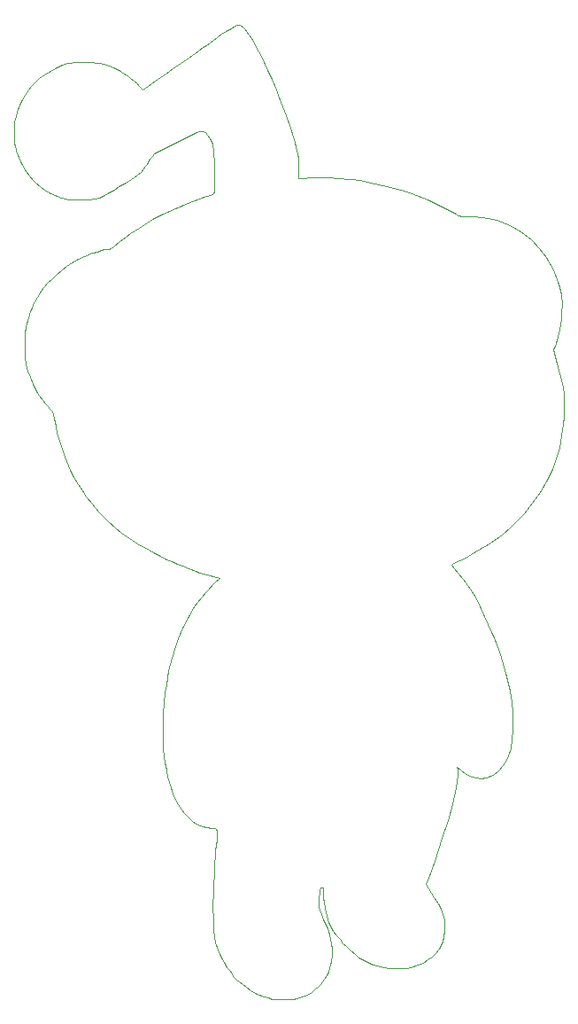
<source format=gbr>
G04 #@! TF.GenerationSoftware,KiCad,Pcbnew,6.0.6-3a73a75311~116~ubuntu21.10.1*
G04 #@! TF.CreationDate,2023-05-20T20:22:18-06:00*
G04 #@! TF.ProjectId,reddit,72656464-6974-42e6-9b69-6361645f7063,rev?*
G04 #@! TF.SameCoordinates,Original*
G04 #@! TF.FileFunction,Profile,NP*
%FSLAX46Y46*%
G04 Gerber Fmt 4.6, Leading zero omitted, Abs format (unit mm)*
G04 Created by KiCad (PCBNEW 6.0.6-3a73a75311~116~ubuntu21.10.1) date 2023-05-20 20:22:18*
%MOMM*%
%LPD*%
G01*
G04 APERTURE LIST*
G04 #@! TA.AperFunction,Profile*
%ADD10C,0.050000*%
G04 #@! TD*
G04 APERTURE END LIST*
D10*
X157607000Y-123571000D02*
X157657800Y-123748800D01*
X145034000Y-137464800D02*
X145313400Y-138353800D01*
X136702800Y-52679600D02*
X136550400Y-52705000D01*
X128422400Y-65201800D02*
X128600200Y-65024000D01*
X134366000Y-68656200D02*
X134391400Y-68478400D01*
X134264400Y-68834000D02*
X134086600Y-68935600D01*
X141224000Y-61341000D02*
X140919200Y-60528200D01*
X144551400Y-144297400D02*
X144297400Y-144576800D01*
X120319800Y-56388000D02*
X120675400Y-56311800D01*
X144297400Y-144576800D02*
X144068800Y-144780000D01*
X128371600Y-58318400D02*
X128752600Y-58039000D01*
X130352800Y-103962200D02*
X129794000Y-103733600D01*
X129895600Y-124485400D02*
X129794000Y-123825000D01*
X144373600Y-136550400D02*
X144399000Y-136093200D01*
X130022600Y-114376200D02*
X130327400Y-113182400D01*
X134620000Y-129641600D02*
X134569200Y-129514600D01*
X144754600Y-144043400D02*
X144551400Y-144297400D01*
X163703000Y-72466200D02*
X164668200Y-73228200D01*
X117221000Y-67716400D02*
X117017800Y-67538600D01*
X162737800Y-121767600D02*
X162483800Y-122504200D01*
X115519200Y-61010800D02*
X115747800Y-60325000D01*
X142290800Y-64668400D02*
X142189200Y-64363600D01*
X160401000Y-124561600D02*
X159842200Y-124637800D01*
X136499600Y-143865600D02*
X136194800Y-143535400D01*
X120726200Y-75438000D02*
X121386600Y-75057000D01*
X137871200Y-144881600D02*
X137464800Y-144602200D01*
X121666000Y-56261000D02*
X122555000Y-56261000D01*
X154609800Y-134772400D02*
X155422600Y-135991600D01*
X166217600Y-96139000D02*
X165582600Y-97358200D01*
X128473200Y-71272400D02*
X129514600Y-70739000D01*
X124891800Y-100685600D02*
X124155200Y-100076000D01*
X118414800Y-77368400D02*
X118872000Y-76911200D01*
X129717800Y-57353200D02*
X130378200Y-56896000D01*
X129794000Y-115722400D02*
X130022600Y-114376200D01*
X140335000Y-145770600D02*
X139903200Y-145719800D01*
X119710200Y-92887800D02*
X119532400Y-92379800D01*
X121970800Y-74777600D02*
X122682000Y-74498200D01*
X144399000Y-136093200D02*
X144475200Y-135483600D01*
X136753600Y-144094200D02*
X136499600Y-143865600D01*
X120675400Y-56311800D02*
X120929400Y-56286400D01*
X134569200Y-129514600D02*
X134493000Y-129438400D01*
X155194000Y-141706600D02*
X154813000Y-141960600D01*
X119837200Y-56540400D02*
X120319800Y-56388000D01*
X162737800Y-100634800D02*
X161874200Y-101371400D01*
X147421600Y-67462400D02*
X146177000Y-67360800D01*
X167436800Y-81788000D02*
X167259000Y-82524600D01*
X132918200Y-69316600D02*
X133604000Y-69088000D01*
X125552200Y-67945000D02*
X125958600Y-67767200D01*
X166801800Y-76098400D02*
X167259000Y-77266800D01*
X167386000Y-93116400D02*
X166751000Y-95123000D01*
X157657800Y-123748800D02*
X157683200Y-124333000D01*
X156413200Y-139217400D02*
X156337000Y-139725400D01*
X157708600Y-70891400D02*
X157835600Y-70942200D01*
X115239800Y-63398400D02*
X115239800Y-62636400D01*
X145415000Y-142748000D02*
X145288000Y-143103600D01*
X140487400Y-59385200D02*
X140284200Y-58851800D01*
X129438400Y-119684800D02*
X129463800Y-118491000D01*
X144602200Y-137591800D02*
X144449800Y-137236200D01*
X159004000Y-124485400D02*
X158419800Y-124231400D01*
X115290600Y-64033400D02*
X115239800Y-63398400D01*
X156337000Y-139725400D02*
X156210000Y-140284200D01*
X125272800Y-68097400D02*
X125552200Y-67945000D01*
X116789200Y-80060800D02*
X116941600Y-79705200D01*
X155473400Y-132537200D02*
X154863800Y-134188200D01*
X132283200Y-69545200D02*
X132918200Y-69316600D01*
X122986800Y-69291200D02*
X122326400Y-69392800D01*
X137058400Y-144348200D02*
X136753600Y-144094200D01*
X151739600Y-142824200D02*
X151155400Y-142798800D01*
X131318000Y-104394000D02*
X130860800Y-104190800D01*
X156184600Y-70053200D02*
X157505400Y-70764400D01*
X118516400Y-57175400D02*
X119303800Y-56769000D01*
X129667000Y-116484400D02*
X129794000Y-115722400D01*
X140919200Y-60528200D02*
X140487400Y-59385200D01*
X115747800Y-60325000D02*
X116001800Y-59817000D01*
X125958600Y-67767200D02*
X126669800Y-67310000D01*
X129794000Y-123825000D02*
X129667000Y-123113800D01*
X155498800Y-141427200D02*
X155194000Y-141706600D01*
X134924800Y-141478000D02*
X134721600Y-141020800D01*
X167538400Y-78486000D02*
X167640000Y-79400400D01*
X166116000Y-74879200D02*
X166243000Y-75057000D01*
X134188200Y-64084200D02*
X133985000Y-63576200D01*
X134391400Y-68478400D02*
X134391400Y-66954400D01*
X124739400Y-56769000D02*
X125374400Y-57099200D01*
X159207200Y-70967600D02*
X159969200Y-71043800D01*
X144500600Y-135229600D02*
X144526000Y-135153400D01*
X122682000Y-74498200D02*
X123190000Y-74345800D01*
X145592800Y-140462000D02*
X145643600Y-140970000D01*
X157099000Y-104241600D02*
X157099000Y-104267000D01*
X157276800Y-104114600D02*
X157099000Y-104241600D01*
X132588000Y-128981200D02*
X132308600Y-128778000D01*
X134264400Y-138455400D02*
X134264400Y-137871200D01*
X144830800Y-135991600D02*
X144856200Y-136550400D01*
X160578800Y-71145400D02*
X161417000Y-71348600D01*
X124155200Y-100076000D02*
X123698000Y-99593400D01*
X125526800Y-101219000D02*
X124891800Y-100685600D01*
X129565400Y-117398800D02*
X129667000Y-116484400D01*
X115341400Y-64262000D02*
X115290600Y-64033400D01*
X156083000Y-140589000D02*
X155854400Y-140944600D01*
X125526800Y-57175400D02*
X126212600Y-57632600D01*
X123926600Y-74168000D02*
X124307600Y-74117200D01*
X119075200Y-90271600D02*
X118973600Y-89839800D01*
X132664200Y-62966600D02*
X132969000Y-62890400D01*
X144551400Y-135128000D02*
X144627600Y-135102600D01*
X118211600Y-88900000D02*
X117932200Y-88544400D01*
X123190000Y-74345800D02*
X123545600Y-74244200D01*
X116535200Y-85750400D02*
X116382800Y-85140800D01*
X129514600Y-70739000D02*
X129870200Y-70561200D01*
X141909800Y-63398400D02*
X141630400Y-62560200D01*
X121386600Y-75057000D02*
X121970800Y-74777600D01*
X130860800Y-104190800D02*
X130352800Y-103962200D01*
X149326600Y-67741800D02*
X150901400Y-68122800D01*
X129870200Y-70561200D02*
X130860800Y-70129400D01*
X145288000Y-139217400D02*
X145211800Y-138963400D01*
X138836400Y-55651400D02*
X138404600Y-54813200D01*
X116281200Y-82169000D02*
X116357400Y-81457800D01*
X120954800Y-95910400D02*
X120599200Y-95224600D01*
X162839400Y-117398800D02*
X162890200Y-118338600D01*
X139141200Y-145491200D02*
X138480800Y-145237200D01*
X133604000Y-69088000D02*
X134086600Y-68935600D01*
X148209000Y-141757400D02*
X147828000Y-141478000D01*
X167614600Y-80213200D02*
X167563800Y-80822800D01*
X145135600Y-143433800D02*
X144907000Y-143840200D01*
X129209800Y-57708800D02*
X129717800Y-57353200D01*
X165582600Y-97358200D02*
X164820600Y-98348800D01*
X161137600Y-111201200D02*
X161569400Y-112344200D01*
X118973600Y-89839800D02*
X118897400Y-89662000D01*
X142392400Y-67360800D02*
X142392400Y-65430400D01*
X116230400Y-59410600D02*
X116611400Y-58902600D01*
X131521200Y-127990600D02*
X131267200Y-127660400D01*
X156362400Y-138125200D02*
X156413200Y-138709400D01*
X146964400Y-140716000D02*
X146685000Y-140411200D01*
X116611400Y-58902600D02*
X116865400Y-58547000D01*
X116230400Y-82905600D02*
X116281200Y-82169000D01*
X137718800Y-53619400D02*
X137261600Y-53035200D01*
X146380200Y-140030200D02*
X146050000Y-139649200D01*
X127152400Y-72059800D02*
X128473200Y-71272400D01*
X142392400Y-65430400D02*
X142367000Y-65049400D01*
X155422600Y-135991600D02*
X155829000Y-136626600D01*
X162915600Y-119989600D02*
X162737800Y-121767600D01*
X153238200Y-68834000D02*
X154762200Y-69418200D01*
X126796800Y-58115200D02*
X126923800Y-58216800D01*
X156235400Y-137617200D02*
X156362400Y-138125200D01*
X135509000Y-53314600D02*
X135686800Y-53187600D01*
X124333000Y-68732400D02*
X123698000Y-69037200D01*
X131724400Y-128244600D02*
X131521200Y-127990600D01*
X133248400Y-62890400D02*
X133502400Y-62966600D01*
X134137400Y-129387600D02*
X133604000Y-129311400D01*
X162280600Y-114630200D02*
X162636200Y-116255800D01*
X120269000Y-75717400D02*
X120726200Y-75438000D01*
X118110000Y-57454800D02*
X118516400Y-57175400D01*
X123698000Y-99593400D02*
X123317000Y-99161600D01*
X137261600Y-53035200D02*
X137109200Y-52882800D01*
X126288800Y-57683400D02*
X126796800Y-58115200D01*
X166776400Y-83667600D02*
X167157400Y-85064600D01*
X128752600Y-58039000D02*
X129209800Y-57708800D01*
X135813800Y-143002000D02*
X135610600Y-142697200D01*
X156083000Y-137134600D02*
X156235400Y-137617200D01*
X159410400Y-124612400D02*
X159004000Y-124485400D01*
X159842200Y-124637800D02*
X159410400Y-124612400D01*
X123545600Y-74244200D02*
X123926600Y-74168000D01*
X133604000Y-54635400D02*
X134264400Y-54178200D01*
X130683000Y-126695200D02*
X130429000Y-126085600D01*
X121742200Y-97180400D02*
X121386600Y-96596200D01*
X149987000Y-142570200D02*
X149580600Y-142443200D01*
X144399000Y-136956800D02*
X144373600Y-136550400D01*
X125374400Y-57099200D02*
X125526800Y-57175400D01*
X147396200Y-141122400D02*
X146964400Y-140716000D01*
X158038800Y-70993000D02*
X158521400Y-70967600D01*
X148539200Y-141986000D02*
X148209000Y-141757400D01*
X145516600Y-138760200D02*
X145313400Y-138353800D01*
X117144800Y-79248000D02*
X117221000Y-79121000D01*
X121716800Y-69418200D02*
X120929400Y-69418200D01*
X144856200Y-136550400D02*
X145034000Y-137464800D01*
X134493000Y-129438400D02*
X134366000Y-129413000D01*
X134289800Y-64795400D02*
X134188200Y-64084200D01*
X115290600Y-61976000D02*
X115392200Y-61391800D01*
X134315200Y-139268200D02*
X134264400Y-138455400D01*
X158140400Y-105587800D02*
X158826200Y-106553000D01*
X134264400Y-54178200D02*
X135102600Y-53594000D01*
X142062200Y-63881000D02*
X141909800Y-63398400D01*
X123317000Y-99161600D02*
X122682000Y-98425000D01*
X116941600Y-79705200D02*
X117144800Y-79248000D01*
X135153400Y-141935200D02*
X134924800Y-141478000D01*
X145516600Y-139979400D02*
X145592800Y-140462000D01*
X118719600Y-68783200D02*
X118160800Y-68427600D01*
X144449800Y-137236200D02*
X144399000Y-136956800D01*
X157835600Y-70942200D02*
X158038800Y-70993000D01*
X133502400Y-62966600D02*
X133731000Y-63169800D01*
X160553400Y-102336600D02*
X159232600Y-103098600D01*
X166954200Y-83362800D02*
X166776400Y-83667600D01*
X151155400Y-142798800D02*
X150571200Y-142697200D01*
X120929400Y-56286400D02*
X121666000Y-56261000D01*
X147828000Y-141478000D02*
X147396200Y-141122400D01*
X148336000Y-67564000D02*
X149326600Y-67741800D01*
X117830600Y-78130400D02*
X118414800Y-77368400D01*
X116586000Y-80645000D02*
X116789200Y-80060800D01*
X145288000Y-139217400D02*
X145415000Y-139598400D01*
X143052800Y-145440400D02*
X142748000Y-145542000D01*
X135610600Y-142697200D02*
X135331200Y-142240000D01*
X134366000Y-139700000D02*
X134315200Y-139268200D01*
X162356800Y-122859800D02*
X162026600Y-123418600D01*
X117627400Y-88138000D02*
X117449600Y-87858600D01*
X117830600Y-68224400D02*
X117221000Y-67716400D01*
X134391400Y-66954400D02*
X134366000Y-65913000D01*
X158521400Y-70967600D02*
X159207200Y-70967600D01*
X145643600Y-140970000D02*
X145643600Y-141554200D01*
X128219200Y-65532000D02*
X128422400Y-65201800D01*
X144907000Y-143840200D02*
X144754600Y-144043400D01*
X145491200Y-142468600D02*
X145415000Y-142748000D01*
X118440200Y-89154000D02*
X118211600Y-88900000D01*
X138404600Y-54813200D02*
X138099800Y-54254400D01*
X132588000Y-104876600D02*
X131927600Y-104622600D01*
X129667000Y-123113800D02*
X129489200Y-121818400D01*
X149225000Y-142290800D02*
X148539200Y-141986000D01*
X160909000Y-110667800D02*
X161137600Y-111201200D01*
X135331200Y-142240000D02*
X135153400Y-141935200D01*
X167817800Y-87858600D02*
X167868600Y-88849200D01*
X134874000Y-105511600D02*
X133350000Y-105105200D01*
X116738400Y-86334600D02*
X116535200Y-85750400D01*
X167563800Y-80822800D02*
X167436800Y-81788000D01*
X138099800Y-54254400D02*
X137718800Y-53619400D01*
X142189200Y-64363600D02*
X142062200Y-63881000D01*
X117221000Y-79121000D02*
X117703600Y-78282800D01*
X136956800Y-52755800D02*
X136829800Y-52705000D01*
X131902200Y-109169200D02*
X132435600Y-108280200D01*
X117297200Y-58140600D02*
X117627400Y-57810400D01*
X152222200Y-142824200D02*
X151739600Y-142824200D01*
X145592800Y-142087600D02*
X145491200Y-142468600D01*
X127812800Y-66167000D02*
X127965200Y-65963800D01*
X142748000Y-145542000D02*
X142290800Y-145669000D01*
X158419800Y-124231400D02*
X157886400Y-123825000D01*
X155829000Y-136626600D02*
X156083000Y-137134600D01*
X141960600Y-145719800D02*
X141427200Y-145770600D01*
X139877800Y-57912000D02*
X139496800Y-57023000D01*
X138480800Y-145237200D02*
X137871200Y-144881600D01*
X135686800Y-53187600D02*
X135966200Y-53009800D01*
X132994400Y-129184400D02*
X132588000Y-128981200D01*
X149580600Y-142443200D02*
X149225000Y-142290800D01*
X127228600Y-58547000D02*
X127558800Y-58928000D01*
X130378200Y-56896000D02*
X131165600Y-56337200D01*
X130149600Y-125298200D02*
X129895600Y-124485400D01*
X140284200Y-58851800D02*
X139877800Y-57912000D01*
X132969000Y-105003600D02*
X132588000Y-104876600D01*
X127965200Y-65963800D02*
X128219200Y-65532000D01*
X164668200Y-73228200D02*
X165481000Y-74041000D01*
X142290800Y-145669000D02*
X141960600Y-145719800D01*
X117017800Y-67538600D02*
X116357400Y-66700400D01*
X157683200Y-124333000D02*
X157480000Y-125501400D01*
X133096000Y-107416600D02*
X133629400Y-106781600D01*
X129438400Y-120726200D02*
X129438400Y-119684800D01*
X157124400Y-104343200D02*
X157276800Y-104521000D01*
X162026600Y-123418600D02*
X161569400Y-123952000D01*
X157276800Y-104521000D02*
X158140400Y-105587800D01*
X116001800Y-59817000D02*
X116230400Y-59410600D01*
X119532400Y-92379800D02*
X119329200Y-91643200D01*
X126669800Y-67310000D02*
X127381000Y-66725800D01*
X144373600Y-67310000D02*
X143611600Y-67310000D01*
X136194800Y-143535400D02*
X136042400Y-143306800D01*
X145288000Y-143103600D02*
X145135600Y-143433800D01*
X128574800Y-103098600D02*
X127685800Y-102590600D01*
X129209800Y-103428800D02*
X128574800Y-103098600D01*
X130632200Y-112090200D02*
X130937000Y-111277400D01*
X139522200Y-145618200D02*
X139141200Y-145491200D01*
X119329200Y-91643200D02*
X119202200Y-91008200D01*
X133350000Y-105105200D02*
X132969000Y-105003600D01*
X141630400Y-62560200D02*
X141224000Y-61341000D01*
X133604000Y-129311400D02*
X133299200Y-129286000D01*
X119303800Y-56769000D02*
X119837200Y-56540400D01*
X158826200Y-106553000D02*
X159410400Y-107518200D01*
X162661600Y-71856600D02*
X163703000Y-72466200D01*
X145770600Y-139217400D02*
X145516600Y-138760200D01*
X131927600Y-104622600D02*
X131318000Y-104394000D01*
X115417600Y-64643000D02*
X115341400Y-64262000D01*
X115392200Y-61391800D02*
X115519200Y-61010800D01*
X133299200Y-129286000D02*
X132994400Y-129184400D01*
X134493000Y-140335000D02*
X134366000Y-139700000D01*
X116382800Y-85140800D02*
X116281200Y-84404200D01*
X167259000Y-77266800D02*
X167309800Y-77470000D01*
X119202200Y-91008200D02*
X119075200Y-90271600D01*
X143433800Y-145237200D02*
X143052800Y-145440400D01*
X117932200Y-88544400D02*
X117627400Y-88138000D01*
X117703600Y-78282800D02*
X117830600Y-78130400D01*
X124815600Y-68453000D02*
X125272800Y-68097400D01*
X167157400Y-85064600D02*
X167665400Y-86944200D01*
X157505400Y-70764400D02*
X157708600Y-70891400D01*
X124510800Y-74066400D02*
X124739400Y-73914000D01*
X127685800Y-102590600D02*
X127304800Y-102387400D01*
X166751000Y-95123000D02*
X166217600Y-96139000D01*
X115239800Y-62636400D02*
X115290600Y-61976000D01*
X134239000Y-137007600D02*
X134493000Y-131572000D01*
X121386600Y-96596200D02*
X120954800Y-95910400D01*
X127304800Y-102387400D02*
X125526800Y-101219000D01*
X130429000Y-126085600D02*
X130149600Y-125298200D01*
X144475200Y-135483600D02*
X144500600Y-135229600D01*
X144627600Y-135102600D02*
X144805400Y-135102600D01*
X159969200Y-71043800D02*
X160578800Y-71145400D01*
X134670800Y-130175000D02*
X134645400Y-129768600D01*
X124739400Y-73914000D02*
X125349000Y-73406000D01*
X134366000Y-129413000D02*
X134137400Y-129387600D01*
X142367000Y-65049400D02*
X142290800Y-64668400D01*
X144830800Y-138099800D02*
X144602200Y-137591800D01*
X126923800Y-58216800D02*
X127228600Y-58547000D01*
X155854400Y-140944600D02*
X155498800Y-141427200D01*
X122326400Y-69392800D02*
X122021600Y-69418200D01*
X161569400Y-112344200D02*
X161747200Y-112801400D01*
X144805400Y-135102600D02*
X144830800Y-135991600D01*
X131089400Y-70027800D02*
X131394200Y-69900800D01*
X139496800Y-57023000D02*
X138836400Y-55651400D01*
X123799600Y-56413400D02*
X124282200Y-56591200D01*
X161036000Y-124333000D02*
X160401000Y-124561600D01*
X133273800Y-54864000D02*
X133604000Y-54635400D01*
X146685000Y-140411200D02*
X146380200Y-140030200D01*
X156184600Y-130378200D02*
X155473400Y-132537200D01*
X157480000Y-125501400D02*
X157149800Y-127101600D01*
X115900200Y-65887600D02*
X115824000Y-65760600D01*
X156210000Y-140284200D02*
X156083000Y-140589000D01*
X162890200Y-118338600D02*
X162915600Y-119989600D01*
X131394200Y-69900800D02*
X132283200Y-69545200D01*
X157149800Y-127101600D02*
X156743400Y-128676400D01*
X134366000Y-68656200D02*
X134264400Y-68834000D01*
X143611600Y-67310000D02*
X142824200Y-67335400D01*
X129489200Y-121818400D02*
X129438400Y-120726200D01*
X128600200Y-65024000D02*
X132664200Y-62966600D01*
X154863800Y-134188200D02*
X154609800Y-134772400D01*
X145211800Y-138963400D02*
X144830800Y-138099800D01*
X126212600Y-57632600D02*
X126288800Y-57683400D01*
X133629400Y-106781600D02*
X134366000Y-105994200D01*
X129463800Y-118491000D02*
X129565400Y-117398800D01*
X130860800Y-70129400D02*
X131089400Y-70027800D01*
X167259000Y-82524600D02*
X166954200Y-83362800D01*
X120040400Y-93929200D02*
X119710200Y-92887800D01*
X167614600Y-91948000D02*
X167386000Y-93116400D01*
X117017800Y-87020400D02*
X116738400Y-86334600D01*
X118618000Y-89357200D02*
X118440200Y-89154000D01*
X150901400Y-68122800D02*
X152476200Y-68580000D01*
X124333000Y-68732400D02*
X124815600Y-68453000D01*
X134645400Y-129768600D02*
X134620000Y-129641600D01*
X130937000Y-127152400D02*
X130683000Y-126695200D01*
X146050000Y-139649200D02*
X145770600Y-139217400D01*
X125907800Y-72923400D02*
X126339600Y-72618600D01*
X167767000Y-90779600D02*
X167614600Y-91948000D01*
X143738600Y-145059400D02*
X143433800Y-145237200D01*
X120599200Y-95224600D02*
X120040400Y-93929200D01*
X118160800Y-68427600D02*
X117830600Y-68224400D01*
X145415000Y-139598400D02*
X145516600Y-139979400D01*
X116357400Y-81457800D02*
X116586000Y-80645000D01*
X164820600Y-98348800D02*
X164007800Y-99364800D01*
X115443000Y-64719200D02*
X115417600Y-64643000D01*
X132435600Y-108280200D02*
X133096000Y-107416600D01*
X150571200Y-142697200D02*
X149987000Y-142570200D01*
X144526000Y-135153400D02*
X144551400Y-135128000D01*
X137109200Y-52882800D02*
X136956800Y-52755800D01*
X167309800Y-77470000D02*
X167538400Y-78486000D01*
X152730200Y-142773400D02*
X152222200Y-142824200D01*
X161874200Y-101371400D02*
X160553400Y-102336600D01*
X133731000Y-63169800D02*
X133985000Y-63576200D01*
X156743400Y-128676400D02*
X156184600Y-130378200D01*
X134493000Y-131572000D02*
X134620000Y-130505200D01*
X115824000Y-65760600D02*
X115443000Y-64719200D01*
X167817800Y-90119200D02*
X167767000Y-90779600D01*
X157886400Y-123825000D02*
X157607000Y-123571000D01*
X116357400Y-66700400D02*
X115900200Y-65887600D01*
X129794000Y-103733600D02*
X129209800Y-103428800D01*
X154813000Y-141960600D02*
X154355800Y-142265400D01*
X153212800Y-142697200D02*
X152730200Y-142773400D01*
X145643600Y-141554200D02*
X145592800Y-142087600D01*
X141427200Y-145770600D02*
X140843000Y-145770600D01*
X167868600Y-88849200D02*
X167817800Y-90119200D01*
X164007800Y-99364800D02*
X162737800Y-100634800D01*
X145440400Y-67310000D02*
X144373600Y-67310000D01*
X167640000Y-79400400D02*
X167614600Y-80213200D01*
X159410400Y-107518200D02*
X160248600Y-109220000D01*
X135966200Y-53009800D02*
X136347200Y-52781200D01*
X142824200Y-67335400D02*
X142392400Y-67360800D01*
X122682000Y-98425000D02*
X122123200Y-97713800D01*
X123367800Y-56311800D02*
X123799600Y-56413400D01*
X139903200Y-145719800D02*
X139522200Y-145618200D01*
X161747200Y-112801400D02*
X162280600Y-114630200D01*
X122123200Y-97713800D02*
X121742200Y-97180400D01*
X140843000Y-145770600D02*
X140335000Y-145770600D01*
X118770400Y-89509600D02*
X118618000Y-89357200D01*
X127558800Y-58928000D02*
X128066800Y-58547000D01*
X120497600Y-69392800D02*
X119761000Y-69240400D01*
X134264400Y-137871200D02*
X134239000Y-137007600D01*
X125349000Y-73406000D02*
X125907800Y-72923400D01*
X158394400Y-103555800D02*
X157276800Y-104114600D01*
X156413200Y-138709400D02*
X156413200Y-139217400D01*
X134366000Y-105994200D02*
X134874000Y-105511600D01*
X118897400Y-89662000D02*
X118770400Y-89509600D01*
X134721600Y-141020800D02*
X134493000Y-140335000D01*
X162636200Y-116255800D02*
X162839400Y-117398800D01*
X124282200Y-56591200D02*
X124739400Y-56769000D01*
X154762200Y-69418200D02*
X156184600Y-70053200D01*
X126339600Y-72618600D02*
X127152400Y-72059800D01*
X134620000Y-130505200D02*
X134670800Y-130175000D01*
X136042400Y-143306800D02*
X135813800Y-143002000D01*
X136347200Y-52781200D02*
X136550400Y-52705000D01*
X134366000Y-65913000D02*
X134289800Y-64795400D01*
X123342400Y-69189600D02*
X122986800Y-69291200D01*
X147421600Y-67462400D02*
X148336000Y-67564000D01*
X152476200Y-68580000D02*
X153238200Y-68834000D01*
X165481000Y-74041000D02*
X166116000Y-74879200D01*
X122555000Y-56261000D02*
X123367800Y-56311800D01*
X161569400Y-123952000D02*
X161036000Y-124333000D01*
X118872000Y-76911200D02*
X119278400Y-76479400D01*
X144068800Y-144780000D02*
X143738600Y-145059400D01*
X117449600Y-87858600D02*
X117017800Y-87020400D01*
X116281200Y-84404200D02*
X116230400Y-83566000D01*
X153847800Y-142494000D02*
X153212800Y-142697200D01*
X132969000Y-62890400D02*
X133248400Y-62890400D01*
X123698000Y-69037200D02*
X123342400Y-69189600D01*
X160248600Y-109220000D02*
X160909000Y-110667800D01*
X122021600Y-69418200D02*
X121716800Y-69418200D01*
X162483800Y-122504200D02*
X162356800Y-122859800D01*
X130937000Y-111277400D02*
X131318000Y-110286800D01*
X137464800Y-144602200D02*
X137058400Y-144348200D01*
X124307600Y-74117200D02*
X124510800Y-74066400D01*
X116230400Y-83566000D02*
X116230400Y-82905600D01*
X146177000Y-67360800D02*
X145440400Y-67310000D01*
X157099000Y-104267000D02*
X157124400Y-104343200D01*
X130327400Y-113182400D02*
X130632200Y-112090200D01*
X136829800Y-52705000D02*
X136702800Y-52679600D01*
X154355800Y-142265400D02*
X153847800Y-142494000D01*
X135102600Y-53594000D02*
X135509000Y-53314600D01*
X120929400Y-69418200D02*
X120497600Y-69392800D01*
X161417000Y-71348600D02*
X162661600Y-71856600D01*
X117627400Y-57810400D02*
X118110000Y-57454800D01*
X166243000Y-75057000D02*
X166801800Y-76098400D01*
X128066800Y-58547000D02*
X128371600Y-58318400D01*
X119278400Y-76479400D02*
X120269000Y-75717400D01*
X131267200Y-127660400D02*
X130937000Y-127152400D01*
X119761000Y-69240400D02*
X118719600Y-68783200D01*
X167665400Y-86944200D02*
X167817800Y-87858600D01*
X159232600Y-103098600D02*
X158394400Y-103555800D01*
X132308600Y-128778000D02*
X132003800Y-128524000D01*
X127381000Y-66725800D02*
X127812800Y-66167000D01*
X132003800Y-128524000D02*
X131724400Y-128244600D01*
X132842000Y-55168800D02*
X133273800Y-54864000D01*
X131165600Y-56337200D02*
X131927600Y-55803800D01*
X131318000Y-110286800D02*
X131902200Y-109169200D01*
X131927600Y-55803800D02*
X132842000Y-55168800D01*
X116865400Y-58547000D02*
X117297200Y-58140600D01*
M02*

</source>
